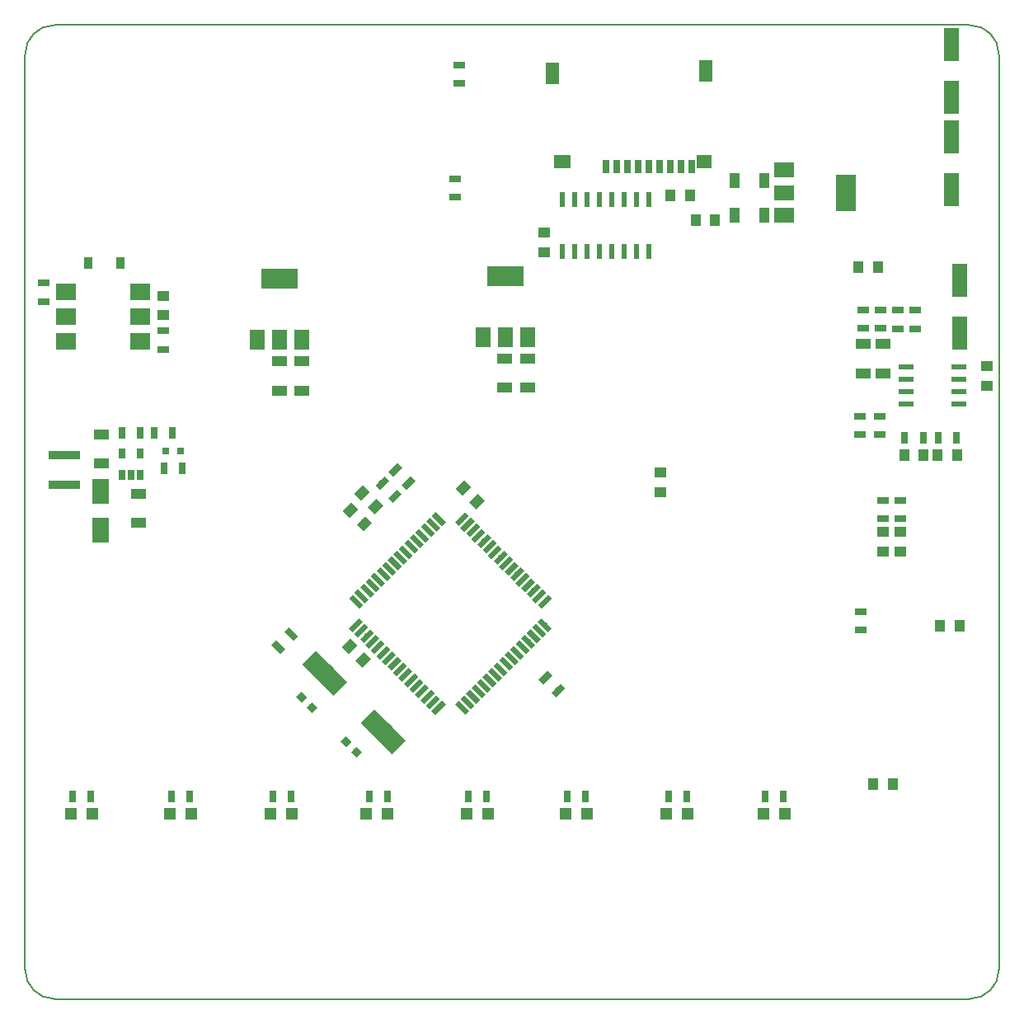
<source format=gbr>
%TF.GenerationSoftware,KiCad,Pcbnew,(5.0.2)-1*%
%TF.CreationDate,2019-07-09T23:07:37-07:00*%
%TF.ProjectId,YM2612_MIDI_SMD,594d3236-3132-45f4-9d49-44495f534d44,rev?*%
%TF.SameCoordinates,Original*%
%TF.FileFunction,Paste,Top*%
%TF.FilePolarity,Positive*%
%FSLAX46Y46*%
G04 Gerber Fmt 4.6, Leading zero omitted, Abs format (unit mm)*
G04 Created by KiCad (PCBNEW (5.0.2)-1) date 7/9/2019 11:07:37 PM*
%MOMM*%
%LPD*%
G01*
G04 APERTURE LIST*
%ADD10C,0.150000*%
%ADD11C,1.000000*%
%ADD12C,0.100000*%
%ADD13R,0.650000X1.060000*%
%ADD14R,0.800000X0.750000*%
%ADD15C,0.750000*%
%ADD16R,1.250000X1.000000*%
%ADD17R,1.000000X1.250000*%
%ADD18R,1.600000X1.000000*%
%ADD19R,1.000000X1.600000*%
%ADD20R,1.600000X3.500000*%
%ADD21R,0.900000X1.200000*%
%ADD22R,1.800000X2.500000*%
%ADD23R,1.200000X1.200000*%
%ADD24R,1.400000X2.200000*%
%ADD25R,1.800000X1.400000*%
%ADD26R,1.600000X1.400000*%
%ADD27R,0.700000X1.400000*%
%ADD28R,3.300000X0.950000*%
%ADD29R,1.300000X0.700000*%
%ADD30C,0.700000*%
%ADD31R,0.700000X1.300000*%
%ADD32R,2.000000X1.780000*%
%ADD33C,0.550000*%
%ADD34R,1.500000X2.000000*%
%ADD35R,3.800000X2.000000*%
%ADD36R,0.600000X1.500000*%
%ADD37R,1.550000X0.600000*%
%ADD38R,2.000000X3.800000*%
%ADD39R,2.000000X1.500000*%
%ADD40C,2.000000*%
G04 APERTURE END LIST*
D10*
X270000000Y-45000000D02*
X176000000Y-45000000D01*
X273000000Y-142000000D02*
X273000000Y-48000000D01*
X176000000Y-145000000D02*
X270000000Y-145000000D01*
X173000000Y-48000000D02*
X173000000Y-142000000D01*
X270000000Y-45000000D02*
G75*
G02X273000000Y-48000000I0J-3000000D01*
G01*
X273000000Y-142000000D02*
G75*
G02X270000000Y-145000000I-3000000J0D01*
G01*
X176000000Y-145000000D02*
G75*
G02X173000000Y-142000000I0J3000000D01*
G01*
X173000000Y-48000000D02*
G75*
G02X176000000Y-45000000I3000000J0D01*
G01*
D11*
X208987107Y-94433107D03*
D12*
G36*
X209782602Y-94344719D02*
X208898719Y-95228602D01*
X208191612Y-94521495D01*
X209075495Y-93637612D01*
X209782602Y-94344719D01*
X209782602Y-94344719D01*
G37*
D11*
X207572893Y-93018893D03*
D12*
G36*
X208368388Y-92930505D02*
X207484505Y-93814388D01*
X206777398Y-93107281D01*
X207661281Y-92223398D01*
X208368388Y-92930505D01*
X208368388Y-92930505D01*
G37*
D13*
X182946000Y-91219200D03*
X183896000Y-91219200D03*
X184846000Y-91219200D03*
X184846000Y-89019200D03*
X182946000Y-89019200D03*
D14*
X187464000Y-88773000D03*
X188964000Y-88773000D03*
D11*
X206302893Y-108766893D03*
D12*
G36*
X207098388Y-108678505D02*
X206214505Y-109562388D01*
X205507398Y-108855281D01*
X206391281Y-107971398D01*
X207098388Y-108678505D01*
X207098388Y-108678505D01*
G37*
D11*
X207717107Y-110181107D03*
D12*
G36*
X208512602Y-110092719D02*
X207628719Y-110976602D01*
X206921612Y-110269495D01*
X207805495Y-109385612D01*
X208512602Y-110092719D01*
X208512602Y-110092719D01*
G37*
D11*
X207844107Y-96211107D03*
D12*
G36*
X208639602Y-96122719D02*
X207755719Y-97006602D01*
X207048612Y-96299495D01*
X207932495Y-95415612D01*
X208639602Y-96122719D01*
X208639602Y-96122719D01*
G37*
D11*
X206429893Y-94796893D03*
D12*
G36*
X207225388Y-94708505D02*
X206341505Y-95592388D01*
X205634398Y-94885281D01*
X206518281Y-94001398D01*
X207225388Y-94708505D01*
X207225388Y-94708505D01*
G37*
D11*
X219401107Y-93925107D03*
D12*
G36*
X220196602Y-93836719D02*
X219312719Y-94720602D01*
X218605612Y-94013495D01*
X219489495Y-93129612D01*
X220196602Y-93836719D01*
X220196602Y-93836719D01*
G37*
D11*
X217986893Y-92510893D03*
D12*
G36*
X218782388Y-92422505D02*
X217898505Y-93306388D01*
X217191398Y-92599281D01*
X218075281Y-91715398D01*
X218782388Y-92422505D01*
X218782388Y-92422505D01*
G37*
D15*
X207032330Y-119656330D03*
D12*
G36*
X207580338Y-119674008D02*
X207050008Y-120204338D01*
X206484322Y-119638652D01*
X207014652Y-119108322D01*
X207580338Y-119674008D01*
X207580338Y-119674008D01*
G37*
D15*
X205971670Y-118595670D03*
D12*
G36*
X206519678Y-118613348D02*
X205989348Y-119143678D01*
X205423662Y-118577992D01*
X205953992Y-118047662D01*
X206519678Y-118613348D01*
X206519678Y-118613348D01*
G37*
D15*
X202460330Y-115084330D03*
D12*
G36*
X201912322Y-115066652D02*
X202442652Y-114536322D01*
X203008338Y-115102008D01*
X202478008Y-115632338D01*
X201912322Y-115066652D01*
X201912322Y-115066652D01*
G37*
D15*
X201399670Y-114023670D03*
D12*
G36*
X200851662Y-114005992D02*
X201381992Y-113475662D01*
X201947678Y-114041348D01*
X201417348Y-114571678D01*
X200851662Y-114005992D01*
X200851662Y-114005992D01*
G37*
D16*
X187198000Y-72787000D03*
X187198000Y-74787000D03*
D17*
X260112000Y-122936000D03*
X262112000Y-122936000D03*
D18*
X180848000Y-90019000D03*
X180848000Y-87019000D03*
D16*
X238252000Y-90948000D03*
X238252000Y-92948000D03*
D17*
X266970000Y-106680000D03*
X268970000Y-106680000D03*
X243840000Y-65024000D03*
X241840000Y-65024000D03*
X260588000Y-69850000D03*
X258588000Y-69850000D03*
D19*
X248896000Y-64516000D03*
X245896000Y-64516000D03*
D18*
X224637600Y-82246600D03*
X224637600Y-79246600D03*
X222275400Y-82246600D03*
X222275400Y-79246600D03*
D20*
X268986000Y-71214000D03*
X268986000Y-76614000D03*
D18*
X261112000Y-77748000D03*
X261112000Y-80748000D03*
D16*
X262890000Y-99044000D03*
X262890000Y-97044000D03*
X261112000Y-97044000D03*
X261112000Y-99044000D03*
D18*
X259080000Y-80748000D03*
X259080000Y-77748000D03*
X201422000Y-79526000D03*
X201422000Y-82526000D03*
D17*
X263287000Y-89154000D03*
X265287000Y-89154000D03*
X268716000Y-89154000D03*
X266716000Y-89154000D03*
D16*
X226314000Y-66310000D03*
X226314000Y-68310000D03*
X271780000Y-80026000D03*
X271780000Y-82026000D03*
D17*
X239284000Y-62484000D03*
X241284000Y-62484000D03*
D20*
X268147800Y-52433200D03*
X268147800Y-47033200D03*
X268147800Y-56482000D03*
X268147800Y-61882000D03*
D19*
X245896000Y-60960000D03*
X248896000Y-60960000D03*
D18*
X199136000Y-82526000D03*
X199136000Y-79526000D03*
D21*
X182752000Y-69469000D03*
X179452000Y-69469000D03*
D22*
X180721000Y-92869000D03*
X180721000Y-96869000D03*
D23*
X179916000Y-125984000D03*
X177716000Y-125984000D03*
X190076000Y-125984000D03*
X187876000Y-125984000D03*
X198206000Y-125984000D03*
X200406000Y-125984000D03*
X210226000Y-125984000D03*
X208026000Y-125984000D03*
X218356000Y-125984000D03*
X220556000Y-125984000D03*
X230716000Y-125984000D03*
X228516000Y-125984000D03*
X238846000Y-125984000D03*
X241046000Y-125984000D03*
X248836000Y-125984000D03*
X251036000Y-125984000D03*
D24*
X242889600Y-49738600D03*
X227139600Y-49936600D03*
D25*
X228140600Y-59037600D03*
D26*
X242688600Y-59037600D03*
D27*
X241438600Y-59537600D03*
X240338600Y-59537600D03*
X239238600Y-59537600D03*
X238138600Y-59537600D03*
X237038600Y-59537600D03*
X235938600Y-59537600D03*
X234838600Y-59537600D03*
X233738600Y-59537600D03*
X232638600Y-59537600D03*
D28*
X177038000Y-92202000D03*
X177038000Y-89152000D03*
D29*
X217551000Y-50988000D03*
X217551000Y-49088000D03*
X174879000Y-73401000D03*
X174879000Y-71501000D03*
D30*
X226404249Y-111977249D03*
D12*
G36*
X225697142Y-112189381D02*
X226616381Y-111270142D01*
X227111356Y-111765117D01*
X226192117Y-112684356D01*
X225697142Y-112189381D01*
X225697142Y-112189381D01*
G37*
D30*
X227747751Y-113320751D03*
D12*
G36*
X227040644Y-113532883D02*
X227959883Y-112613644D01*
X228454858Y-113108619D01*
X227535619Y-114027858D01*
X227040644Y-113532883D01*
X227040644Y-113532883D01*
G37*
D30*
X210983751Y-93381751D03*
D12*
G36*
X211690858Y-93169619D02*
X210771619Y-94088858D01*
X210276644Y-93593883D01*
X211195883Y-92674644D01*
X211690858Y-93169619D01*
X211690858Y-93169619D01*
G37*
D30*
X209640249Y-92038249D03*
D12*
G36*
X210347356Y-91826117D02*
X209428117Y-92745356D01*
X208933142Y-92250381D01*
X209852381Y-91331142D01*
X210347356Y-91826117D01*
X210347356Y-91826117D01*
G37*
D30*
X211037249Y-90641249D03*
D12*
G36*
X211744356Y-90429117D02*
X210825117Y-91348356D01*
X210330142Y-90853381D01*
X211249381Y-89934142D01*
X211744356Y-90429117D01*
X211744356Y-90429117D01*
G37*
D30*
X212380751Y-91984751D03*
D12*
G36*
X213087858Y-91772619D02*
X212168619Y-92691858D01*
X211673644Y-92196883D01*
X212592883Y-91277644D01*
X213087858Y-91772619D01*
X213087858Y-91772619D01*
G37*
D29*
X217170000Y-60772000D03*
X217170000Y-62672000D03*
X187198000Y-78293000D03*
X187198000Y-76393000D03*
D31*
X184846000Y-86868000D03*
X182946000Y-86868000D03*
D30*
X200315751Y-107532249D03*
D12*
G36*
X200527883Y-108239356D02*
X199608644Y-107320117D01*
X200103619Y-106825142D01*
X201022858Y-107744381D01*
X200527883Y-108239356D01*
X200527883Y-108239356D01*
G37*
D30*
X198972249Y-108875751D03*
D12*
G36*
X199184381Y-109582858D02*
X198265142Y-108663619D01*
X198760117Y-108168644D01*
X199679356Y-109087883D01*
X199184381Y-109582858D01*
X199184381Y-109582858D01*
G37*
D31*
X177866000Y-124206000D03*
X179766000Y-124206000D03*
X189926000Y-124206000D03*
X188026000Y-124206000D03*
X198440000Y-124206000D03*
X200340000Y-124206000D03*
X210246000Y-124206000D03*
X208346000Y-124206000D03*
X218506000Y-124206000D03*
X220406000Y-124206000D03*
X230566000Y-124206000D03*
X228666000Y-124206000D03*
X239080000Y-124206000D03*
X240980000Y-124206000D03*
X250886000Y-124206000D03*
X248986000Y-124206000D03*
D29*
X264441728Y-76195722D03*
X264441728Y-74295722D03*
X262663728Y-76195722D03*
X262663728Y-74295722D03*
X260858000Y-76134000D03*
X260858000Y-74234000D03*
X258826000Y-105222000D03*
X258826000Y-107122000D03*
X259080000Y-74234000D03*
X259080000Y-76134000D03*
X260731000Y-85156000D03*
X260731000Y-87056000D03*
X262890000Y-93792000D03*
X262890000Y-95692000D03*
X261112000Y-95692000D03*
X261112000Y-93792000D03*
X258699000Y-87056000D03*
X258699000Y-85156000D03*
D31*
X265237000Y-87376000D03*
X263337000Y-87376000D03*
X266766000Y-87376000D03*
X268666000Y-87376000D03*
X186248000Y-86868000D03*
X188148000Y-86868000D03*
X187264000Y-90551000D03*
X189164000Y-90551000D03*
D32*
X184835800Y-72390000D03*
X177215800Y-77470000D03*
X184835800Y-74930000D03*
X177215800Y-74930000D03*
X184835800Y-77470000D03*
X177215800Y-72390000D03*
D33*
X215459918Y-95722637D03*
D12*
G36*
X214735134Y-95386761D02*
X215124042Y-94997853D01*
X216184702Y-96058513D01*
X215795794Y-96447421D01*
X214735134Y-95386761D01*
X214735134Y-95386761D01*
G37*
D33*
X214894233Y-96288323D03*
D12*
G36*
X214169449Y-95952447D02*
X214558357Y-95563539D01*
X215619017Y-96624199D01*
X215230109Y-97013107D01*
X214169449Y-95952447D01*
X214169449Y-95952447D01*
G37*
D33*
X214328548Y-96854008D03*
D12*
G36*
X213603764Y-96518132D02*
X213992672Y-96129224D01*
X215053332Y-97189884D01*
X214664424Y-97578792D01*
X213603764Y-96518132D01*
X213603764Y-96518132D01*
G37*
D33*
X213762862Y-97419693D03*
D12*
G36*
X213038078Y-97083817D02*
X213426986Y-96694909D01*
X214487646Y-97755569D01*
X214098738Y-98144477D01*
X213038078Y-97083817D01*
X213038078Y-97083817D01*
G37*
D33*
X213197177Y-97985379D03*
D12*
G36*
X212472393Y-97649503D02*
X212861301Y-97260595D01*
X213921961Y-98321255D01*
X213533053Y-98710163D01*
X212472393Y-97649503D01*
X212472393Y-97649503D01*
G37*
D33*
X212631491Y-98551064D03*
D12*
G36*
X211906707Y-98215188D02*
X212295615Y-97826280D01*
X213356275Y-98886940D01*
X212967367Y-99275848D01*
X211906707Y-98215188D01*
X211906707Y-98215188D01*
G37*
D33*
X212065806Y-99116750D03*
D12*
G36*
X211341022Y-98780874D02*
X211729930Y-98391966D01*
X212790590Y-99452626D01*
X212401682Y-99841534D01*
X211341022Y-98780874D01*
X211341022Y-98780874D01*
G37*
D33*
X211500120Y-99682435D03*
D12*
G36*
X210775336Y-99346559D02*
X211164244Y-98957651D01*
X212224904Y-100018311D01*
X211835996Y-100407219D01*
X210775336Y-99346559D01*
X210775336Y-99346559D01*
G37*
D33*
X210934435Y-100248120D03*
D12*
G36*
X210209651Y-99912244D02*
X210598559Y-99523336D01*
X211659219Y-100583996D01*
X211270311Y-100972904D01*
X210209651Y-99912244D01*
X210209651Y-99912244D01*
G37*
D33*
X210368750Y-100813806D03*
D12*
G36*
X209643966Y-100477930D02*
X210032874Y-100089022D01*
X211093534Y-101149682D01*
X210704626Y-101538590D01*
X209643966Y-100477930D01*
X209643966Y-100477930D01*
G37*
D33*
X209803064Y-101379491D03*
D12*
G36*
X209078280Y-101043615D02*
X209467188Y-100654707D01*
X210527848Y-101715367D01*
X210138940Y-102104275D01*
X209078280Y-101043615D01*
X209078280Y-101043615D01*
G37*
D33*
X209237379Y-101945177D03*
D12*
G36*
X208512595Y-101609301D02*
X208901503Y-101220393D01*
X209962163Y-102281053D01*
X209573255Y-102669961D01*
X208512595Y-101609301D01*
X208512595Y-101609301D01*
G37*
D33*
X208671693Y-102510862D03*
D12*
G36*
X207946909Y-102174986D02*
X208335817Y-101786078D01*
X209396477Y-102846738D01*
X209007569Y-103235646D01*
X207946909Y-102174986D01*
X207946909Y-102174986D01*
G37*
D33*
X208106008Y-103076548D03*
D12*
G36*
X207381224Y-102740672D02*
X207770132Y-102351764D01*
X208830792Y-103412424D01*
X208441884Y-103801332D01*
X207381224Y-102740672D01*
X207381224Y-102740672D01*
G37*
D33*
X207540323Y-103642233D03*
D12*
G36*
X206815539Y-103306357D02*
X207204447Y-102917449D01*
X208265107Y-103978109D01*
X207876199Y-104367017D01*
X206815539Y-103306357D01*
X206815539Y-103306357D01*
G37*
D33*
X206974637Y-104207918D03*
D12*
G36*
X206249853Y-103872042D02*
X206638761Y-103483134D01*
X207699421Y-104543794D01*
X207310513Y-104932702D01*
X206249853Y-103872042D01*
X206249853Y-103872042D01*
G37*
D33*
X206974637Y-106612082D03*
D12*
G36*
X206638761Y-107336866D02*
X206249853Y-106947958D01*
X207310513Y-105887298D01*
X207699421Y-106276206D01*
X206638761Y-107336866D01*
X206638761Y-107336866D01*
G37*
D33*
X207540323Y-107177767D03*
D12*
G36*
X207204447Y-107902551D02*
X206815539Y-107513643D01*
X207876199Y-106452983D01*
X208265107Y-106841891D01*
X207204447Y-107902551D01*
X207204447Y-107902551D01*
G37*
D33*
X208106008Y-107743452D03*
D12*
G36*
X207770132Y-108468236D02*
X207381224Y-108079328D01*
X208441884Y-107018668D01*
X208830792Y-107407576D01*
X207770132Y-108468236D01*
X207770132Y-108468236D01*
G37*
D33*
X208671693Y-108309138D03*
D12*
G36*
X208335817Y-109033922D02*
X207946909Y-108645014D01*
X209007569Y-107584354D01*
X209396477Y-107973262D01*
X208335817Y-109033922D01*
X208335817Y-109033922D01*
G37*
D33*
X209237379Y-108874823D03*
D12*
G36*
X208901503Y-109599607D02*
X208512595Y-109210699D01*
X209573255Y-108150039D01*
X209962163Y-108538947D01*
X208901503Y-109599607D01*
X208901503Y-109599607D01*
G37*
D33*
X209803064Y-109440509D03*
D12*
G36*
X209467188Y-110165293D02*
X209078280Y-109776385D01*
X210138940Y-108715725D01*
X210527848Y-109104633D01*
X209467188Y-110165293D01*
X209467188Y-110165293D01*
G37*
D33*
X210368750Y-110006194D03*
D12*
G36*
X210032874Y-110730978D02*
X209643966Y-110342070D01*
X210704626Y-109281410D01*
X211093534Y-109670318D01*
X210032874Y-110730978D01*
X210032874Y-110730978D01*
G37*
D33*
X210934435Y-110571880D03*
D12*
G36*
X210598559Y-111296664D02*
X210209651Y-110907756D01*
X211270311Y-109847096D01*
X211659219Y-110236004D01*
X210598559Y-111296664D01*
X210598559Y-111296664D01*
G37*
D33*
X211500120Y-111137565D03*
D12*
G36*
X211164244Y-111862349D02*
X210775336Y-111473441D01*
X211835996Y-110412781D01*
X212224904Y-110801689D01*
X211164244Y-111862349D01*
X211164244Y-111862349D01*
G37*
D33*
X212065806Y-111703250D03*
D12*
G36*
X211729930Y-112428034D02*
X211341022Y-112039126D01*
X212401682Y-110978466D01*
X212790590Y-111367374D01*
X211729930Y-112428034D01*
X211729930Y-112428034D01*
G37*
D33*
X212631491Y-112268936D03*
D12*
G36*
X212295615Y-112993720D02*
X211906707Y-112604812D01*
X212967367Y-111544152D01*
X213356275Y-111933060D01*
X212295615Y-112993720D01*
X212295615Y-112993720D01*
G37*
D33*
X213197177Y-112834621D03*
D12*
G36*
X212861301Y-113559405D02*
X212472393Y-113170497D01*
X213533053Y-112109837D01*
X213921961Y-112498745D01*
X212861301Y-113559405D01*
X212861301Y-113559405D01*
G37*
D33*
X213762862Y-113400307D03*
D12*
G36*
X213426986Y-114125091D02*
X213038078Y-113736183D01*
X214098738Y-112675523D01*
X214487646Y-113064431D01*
X213426986Y-114125091D01*
X213426986Y-114125091D01*
G37*
D33*
X214328548Y-113965992D03*
D12*
G36*
X213992672Y-114690776D02*
X213603764Y-114301868D01*
X214664424Y-113241208D01*
X215053332Y-113630116D01*
X213992672Y-114690776D01*
X213992672Y-114690776D01*
G37*
D33*
X214894233Y-114531677D03*
D12*
G36*
X214558357Y-115256461D02*
X214169449Y-114867553D01*
X215230109Y-113806893D01*
X215619017Y-114195801D01*
X214558357Y-115256461D01*
X214558357Y-115256461D01*
G37*
D33*
X215459918Y-115097363D03*
D12*
G36*
X215124042Y-115822147D02*
X214735134Y-115433239D01*
X215795794Y-114372579D01*
X216184702Y-114761487D01*
X215124042Y-115822147D01*
X215124042Y-115822147D01*
G37*
D33*
X217864082Y-115097363D03*
D12*
G36*
X217139298Y-114761487D02*
X217528206Y-114372579D01*
X218588866Y-115433239D01*
X218199958Y-115822147D01*
X217139298Y-114761487D01*
X217139298Y-114761487D01*
G37*
D33*
X218429767Y-114531677D03*
D12*
G36*
X217704983Y-114195801D02*
X218093891Y-113806893D01*
X219154551Y-114867553D01*
X218765643Y-115256461D01*
X217704983Y-114195801D01*
X217704983Y-114195801D01*
G37*
D33*
X218995452Y-113965992D03*
D12*
G36*
X218270668Y-113630116D02*
X218659576Y-113241208D01*
X219720236Y-114301868D01*
X219331328Y-114690776D01*
X218270668Y-113630116D01*
X218270668Y-113630116D01*
G37*
D33*
X219561138Y-113400307D03*
D12*
G36*
X218836354Y-113064431D02*
X219225262Y-112675523D01*
X220285922Y-113736183D01*
X219897014Y-114125091D01*
X218836354Y-113064431D01*
X218836354Y-113064431D01*
G37*
D33*
X220126823Y-112834621D03*
D12*
G36*
X219402039Y-112498745D02*
X219790947Y-112109837D01*
X220851607Y-113170497D01*
X220462699Y-113559405D01*
X219402039Y-112498745D01*
X219402039Y-112498745D01*
G37*
D33*
X220692509Y-112268936D03*
D12*
G36*
X219967725Y-111933060D02*
X220356633Y-111544152D01*
X221417293Y-112604812D01*
X221028385Y-112993720D01*
X219967725Y-111933060D01*
X219967725Y-111933060D01*
G37*
D33*
X221258194Y-111703250D03*
D12*
G36*
X220533410Y-111367374D02*
X220922318Y-110978466D01*
X221982978Y-112039126D01*
X221594070Y-112428034D01*
X220533410Y-111367374D01*
X220533410Y-111367374D01*
G37*
D33*
X221823880Y-111137565D03*
D12*
G36*
X221099096Y-110801689D02*
X221488004Y-110412781D01*
X222548664Y-111473441D01*
X222159756Y-111862349D01*
X221099096Y-110801689D01*
X221099096Y-110801689D01*
G37*
D33*
X222389565Y-110571880D03*
D12*
G36*
X221664781Y-110236004D02*
X222053689Y-109847096D01*
X223114349Y-110907756D01*
X222725441Y-111296664D01*
X221664781Y-110236004D01*
X221664781Y-110236004D01*
G37*
D33*
X222955250Y-110006194D03*
D12*
G36*
X222230466Y-109670318D02*
X222619374Y-109281410D01*
X223680034Y-110342070D01*
X223291126Y-110730978D01*
X222230466Y-109670318D01*
X222230466Y-109670318D01*
G37*
D33*
X223520936Y-109440509D03*
D12*
G36*
X222796152Y-109104633D02*
X223185060Y-108715725D01*
X224245720Y-109776385D01*
X223856812Y-110165293D01*
X222796152Y-109104633D01*
X222796152Y-109104633D01*
G37*
D33*
X224086621Y-108874823D03*
D12*
G36*
X223361837Y-108538947D02*
X223750745Y-108150039D01*
X224811405Y-109210699D01*
X224422497Y-109599607D01*
X223361837Y-108538947D01*
X223361837Y-108538947D01*
G37*
D33*
X224652307Y-108309138D03*
D12*
G36*
X223927523Y-107973262D02*
X224316431Y-107584354D01*
X225377091Y-108645014D01*
X224988183Y-109033922D01*
X223927523Y-107973262D01*
X223927523Y-107973262D01*
G37*
D33*
X225217992Y-107743452D03*
D12*
G36*
X224493208Y-107407576D02*
X224882116Y-107018668D01*
X225942776Y-108079328D01*
X225553868Y-108468236D01*
X224493208Y-107407576D01*
X224493208Y-107407576D01*
G37*
D33*
X225783677Y-107177767D03*
D12*
G36*
X225058893Y-106841891D02*
X225447801Y-106452983D01*
X226508461Y-107513643D01*
X226119553Y-107902551D01*
X225058893Y-106841891D01*
X225058893Y-106841891D01*
G37*
D33*
X226349363Y-106612082D03*
D12*
G36*
X225624579Y-106276206D02*
X226013487Y-105887298D01*
X227074147Y-106947958D01*
X226685239Y-107336866D01*
X225624579Y-106276206D01*
X225624579Y-106276206D01*
G37*
D33*
X226349363Y-104207918D03*
D12*
G36*
X226013487Y-104932702D02*
X225624579Y-104543794D01*
X226685239Y-103483134D01*
X227074147Y-103872042D01*
X226013487Y-104932702D01*
X226013487Y-104932702D01*
G37*
D33*
X225783677Y-103642233D03*
D12*
G36*
X225447801Y-104367017D02*
X225058893Y-103978109D01*
X226119553Y-102917449D01*
X226508461Y-103306357D01*
X225447801Y-104367017D01*
X225447801Y-104367017D01*
G37*
D33*
X225217992Y-103076548D03*
D12*
G36*
X224882116Y-103801332D02*
X224493208Y-103412424D01*
X225553868Y-102351764D01*
X225942776Y-102740672D01*
X224882116Y-103801332D01*
X224882116Y-103801332D01*
G37*
D33*
X224652307Y-102510862D03*
D12*
G36*
X224316431Y-103235646D02*
X223927523Y-102846738D01*
X224988183Y-101786078D01*
X225377091Y-102174986D01*
X224316431Y-103235646D01*
X224316431Y-103235646D01*
G37*
D33*
X224086621Y-101945177D03*
D12*
G36*
X223750745Y-102669961D02*
X223361837Y-102281053D01*
X224422497Y-101220393D01*
X224811405Y-101609301D01*
X223750745Y-102669961D01*
X223750745Y-102669961D01*
G37*
D33*
X223520936Y-101379491D03*
D12*
G36*
X223185060Y-102104275D02*
X222796152Y-101715367D01*
X223856812Y-100654707D01*
X224245720Y-101043615D01*
X223185060Y-102104275D01*
X223185060Y-102104275D01*
G37*
D33*
X222955250Y-100813806D03*
D12*
G36*
X222619374Y-101538590D02*
X222230466Y-101149682D01*
X223291126Y-100089022D01*
X223680034Y-100477930D01*
X222619374Y-101538590D01*
X222619374Y-101538590D01*
G37*
D33*
X222389565Y-100248120D03*
D12*
G36*
X222053689Y-100972904D02*
X221664781Y-100583996D01*
X222725441Y-99523336D01*
X223114349Y-99912244D01*
X222053689Y-100972904D01*
X222053689Y-100972904D01*
G37*
D33*
X221823880Y-99682435D03*
D12*
G36*
X221488004Y-100407219D02*
X221099096Y-100018311D01*
X222159756Y-98957651D01*
X222548664Y-99346559D01*
X221488004Y-100407219D01*
X221488004Y-100407219D01*
G37*
D33*
X221258194Y-99116750D03*
D12*
G36*
X220922318Y-99841534D02*
X220533410Y-99452626D01*
X221594070Y-98391966D01*
X221982978Y-98780874D01*
X220922318Y-99841534D01*
X220922318Y-99841534D01*
G37*
D33*
X220692509Y-98551064D03*
D12*
G36*
X220356633Y-99275848D02*
X219967725Y-98886940D01*
X221028385Y-97826280D01*
X221417293Y-98215188D01*
X220356633Y-99275848D01*
X220356633Y-99275848D01*
G37*
D33*
X220126823Y-97985379D03*
D12*
G36*
X219790947Y-98710163D02*
X219402039Y-98321255D01*
X220462699Y-97260595D01*
X220851607Y-97649503D01*
X219790947Y-98710163D01*
X219790947Y-98710163D01*
G37*
D33*
X219561138Y-97419693D03*
D12*
G36*
X219225262Y-98144477D02*
X218836354Y-97755569D01*
X219897014Y-96694909D01*
X220285922Y-97083817D01*
X219225262Y-98144477D01*
X219225262Y-98144477D01*
G37*
D33*
X218995452Y-96854008D03*
D12*
G36*
X218659576Y-97578792D02*
X218270668Y-97189884D01*
X219331328Y-96129224D01*
X219720236Y-96518132D01*
X218659576Y-97578792D01*
X218659576Y-97578792D01*
G37*
D33*
X218429767Y-96288323D03*
D12*
G36*
X218093891Y-97013107D02*
X217704983Y-96624199D01*
X218765643Y-95563539D01*
X219154551Y-95952447D01*
X218093891Y-97013107D01*
X218093891Y-97013107D01*
G37*
D33*
X217864082Y-95722637D03*
D12*
G36*
X217528206Y-96447421D02*
X217139298Y-96058513D01*
X218199958Y-94997853D01*
X218588866Y-95386761D01*
X217528206Y-96447421D01*
X217528206Y-96447421D01*
G37*
D34*
X220000800Y-77064000D03*
X224600800Y-77064000D03*
X222300800Y-77064000D03*
D35*
X222300800Y-70764000D03*
D36*
X228168200Y-62882800D03*
X229438200Y-62882800D03*
X230708200Y-62882800D03*
X231978200Y-62882800D03*
X233248200Y-62882800D03*
X234518200Y-62882800D03*
X235788200Y-62882800D03*
X237058200Y-62882800D03*
X237058200Y-68282800D03*
X235788200Y-68282800D03*
X234518200Y-68282800D03*
X233248200Y-68282800D03*
X231978200Y-68282800D03*
X230708200Y-68282800D03*
X229438200Y-68282800D03*
X228168200Y-68282800D03*
D37*
X268892000Y-80137000D03*
X268892000Y-81407000D03*
X268892000Y-82677000D03*
X268892000Y-83947000D03*
X263492000Y-83947000D03*
X263492000Y-82677000D03*
X263492000Y-81407000D03*
X263492000Y-80137000D03*
D38*
X257277000Y-62204600D03*
D39*
X250977000Y-62204600D03*
X250977000Y-64504600D03*
X250977000Y-59904600D03*
D34*
X196836000Y-77318000D03*
X201436000Y-77318000D03*
X199136000Y-77318000D03*
D35*
X199136000Y-71018000D03*
D40*
X209761204Y-117559204D03*
D12*
G36*
X207463107Y-116675321D02*
X208877321Y-115261107D01*
X212059301Y-118443087D01*
X210645087Y-119857301D01*
X207463107Y-116675321D01*
X207463107Y-116675321D01*
G37*
D40*
X203750796Y-111548796D03*
D12*
G36*
X201452699Y-110664913D02*
X202866913Y-109250699D01*
X206048893Y-112432679D01*
X204634679Y-113846893D01*
X201452699Y-110664913D01*
X201452699Y-110664913D01*
G37*
D18*
X184658000Y-93115000D03*
X184658000Y-96115000D03*
M02*

</source>
